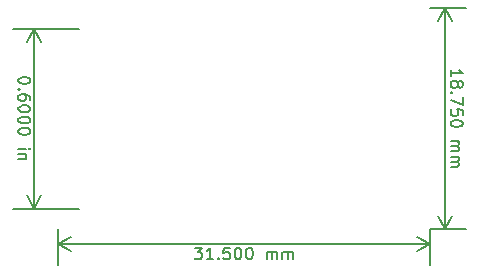
<source format=gbr>
G04 (created by PCBNEW (2013-01-27 BZR 3925)-testing) date Tue 29 Jan 2013 04:49:03 PM CET*
%MOIN*%
G04 Gerber Fmt 3.4, Leading zero omitted, Abs format*
%FSLAX34Y34*%
G01*
G70*
G90*
G04 APERTURE LIST*
%ADD10C,2.3622e-06*%
%ADD11C,0.00787402*%
G04 APERTURE END LIST*
G54D10*
G54D11*
X67899Y-43591D02*
X67899Y-43366D01*
X67899Y-43479D02*
X68293Y-43479D01*
X68237Y-43441D01*
X68199Y-43404D01*
X68180Y-43366D01*
X68124Y-43816D02*
X68143Y-43779D01*
X68162Y-43760D01*
X68199Y-43741D01*
X68218Y-43741D01*
X68255Y-43760D01*
X68274Y-43779D01*
X68293Y-43816D01*
X68293Y-43891D01*
X68274Y-43929D01*
X68255Y-43948D01*
X68218Y-43966D01*
X68199Y-43966D01*
X68162Y-43948D01*
X68143Y-43929D01*
X68124Y-43891D01*
X68124Y-43816D01*
X68105Y-43779D01*
X68087Y-43760D01*
X68049Y-43741D01*
X67974Y-43741D01*
X67937Y-43760D01*
X67918Y-43779D01*
X67899Y-43816D01*
X67899Y-43891D01*
X67918Y-43929D01*
X67937Y-43948D01*
X67974Y-43966D01*
X68049Y-43966D01*
X68087Y-43948D01*
X68105Y-43929D01*
X68124Y-43891D01*
X67937Y-44135D02*
X67918Y-44154D01*
X67899Y-44135D01*
X67918Y-44116D01*
X67937Y-44135D01*
X67899Y-44135D01*
X68293Y-44285D02*
X68293Y-44548D01*
X67899Y-44379D01*
X68293Y-44885D02*
X68293Y-44698D01*
X68105Y-44679D01*
X68124Y-44698D01*
X68143Y-44735D01*
X68143Y-44829D01*
X68124Y-44866D01*
X68105Y-44885D01*
X68068Y-44904D01*
X67974Y-44904D01*
X67937Y-44885D01*
X67918Y-44866D01*
X67899Y-44829D01*
X67899Y-44735D01*
X67918Y-44698D01*
X67937Y-44679D01*
X68293Y-45148D02*
X68293Y-45185D01*
X68274Y-45223D01*
X68255Y-45241D01*
X68218Y-45260D01*
X68143Y-45279D01*
X68049Y-45279D01*
X67974Y-45260D01*
X67937Y-45241D01*
X67918Y-45223D01*
X67899Y-45185D01*
X67899Y-45148D01*
X67918Y-45110D01*
X67937Y-45091D01*
X67974Y-45073D01*
X68049Y-45054D01*
X68143Y-45054D01*
X68218Y-45073D01*
X68255Y-45091D01*
X68274Y-45110D01*
X68293Y-45148D01*
X67899Y-45747D02*
X68162Y-45747D01*
X68124Y-45747D02*
X68143Y-45766D01*
X68162Y-45804D01*
X68162Y-45860D01*
X68143Y-45897D01*
X68105Y-45916D01*
X67899Y-45916D01*
X68105Y-45916D02*
X68143Y-45935D01*
X68162Y-45972D01*
X68162Y-46029D01*
X68143Y-46066D01*
X68105Y-46085D01*
X67899Y-46085D01*
X67899Y-46272D02*
X68162Y-46272D01*
X68124Y-46272D02*
X68143Y-46291D01*
X68162Y-46329D01*
X68162Y-46385D01*
X68143Y-46422D01*
X68105Y-46441D01*
X67899Y-46441D01*
X68105Y-46441D02*
X68143Y-46460D01*
X68162Y-46497D01*
X68162Y-46554D01*
X68143Y-46591D01*
X68105Y-46610D01*
X67899Y-46610D01*
X67704Y-41307D02*
X67704Y-48688D01*
X67212Y-41307D02*
X68413Y-41307D01*
X67212Y-48688D02*
X68413Y-48688D01*
X67704Y-48688D02*
X67473Y-48245D01*
X67704Y-48688D02*
X67935Y-48245D01*
X67704Y-41307D02*
X67473Y-41750D01*
X67704Y-41307D02*
X67935Y-41750D01*
X59362Y-49301D02*
X59605Y-49301D01*
X59474Y-49451D01*
X59530Y-49451D01*
X59568Y-49469D01*
X59586Y-49488D01*
X59605Y-49526D01*
X59605Y-49619D01*
X59586Y-49657D01*
X59568Y-49676D01*
X59530Y-49694D01*
X59418Y-49694D01*
X59380Y-49676D01*
X59362Y-49657D01*
X59980Y-49694D02*
X59755Y-49694D01*
X59868Y-49694D02*
X59868Y-49301D01*
X59830Y-49357D01*
X59793Y-49394D01*
X59755Y-49413D01*
X60149Y-49657D02*
X60168Y-49676D01*
X60149Y-49694D01*
X60130Y-49676D01*
X60149Y-49657D01*
X60149Y-49694D01*
X60524Y-49301D02*
X60336Y-49301D01*
X60318Y-49488D01*
X60336Y-49469D01*
X60374Y-49451D01*
X60468Y-49451D01*
X60505Y-49469D01*
X60524Y-49488D01*
X60543Y-49526D01*
X60543Y-49619D01*
X60524Y-49657D01*
X60505Y-49676D01*
X60468Y-49694D01*
X60374Y-49694D01*
X60336Y-49676D01*
X60318Y-49657D01*
X60786Y-49301D02*
X60824Y-49301D01*
X60861Y-49319D01*
X60880Y-49338D01*
X60899Y-49376D01*
X60918Y-49451D01*
X60918Y-49544D01*
X60899Y-49619D01*
X60880Y-49657D01*
X60861Y-49676D01*
X60824Y-49694D01*
X60786Y-49694D01*
X60749Y-49676D01*
X60730Y-49657D01*
X60711Y-49619D01*
X60693Y-49544D01*
X60693Y-49451D01*
X60711Y-49376D01*
X60730Y-49338D01*
X60749Y-49319D01*
X60786Y-49301D01*
X61161Y-49301D02*
X61199Y-49301D01*
X61236Y-49319D01*
X61255Y-49338D01*
X61274Y-49376D01*
X61293Y-49451D01*
X61293Y-49544D01*
X61274Y-49619D01*
X61255Y-49657D01*
X61236Y-49676D01*
X61199Y-49694D01*
X61161Y-49694D01*
X61124Y-49676D01*
X61105Y-49657D01*
X61086Y-49619D01*
X61068Y-49544D01*
X61068Y-49451D01*
X61086Y-49376D01*
X61105Y-49338D01*
X61124Y-49319D01*
X61161Y-49301D01*
X61761Y-49694D02*
X61761Y-49432D01*
X61761Y-49469D02*
X61780Y-49451D01*
X61817Y-49432D01*
X61874Y-49432D01*
X61911Y-49451D01*
X61930Y-49488D01*
X61930Y-49694D01*
X61930Y-49488D02*
X61949Y-49451D01*
X61986Y-49432D01*
X62042Y-49432D01*
X62080Y-49451D01*
X62099Y-49488D01*
X62099Y-49694D01*
X62286Y-49694D02*
X62286Y-49432D01*
X62286Y-49469D02*
X62305Y-49451D01*
X62342Y-49432D01*
X62399Y-49432D01*
X62436Y-49451D01*
X62455Y-49488D01*
X62455Y-49694D01*
X62455Y-49488D02*
X62474Y-49451D01*
X62511Y-49432D01*
X62567Y-49432D01*
X62605Y-49451D01*
X62624Y-49488D01*
X62624Y-49694D01*
X54811Y-49181D02*
X67212Y-49181D01*
X54811Y-48688D02*
X54811Y-49889D01*
X67212Y-48688D02*
X67212Y-49889D01*
X67212Y-49181D02*
X66769Y-49411D01*
X67212Y-49181D02*
X66769Y-48950D01*
X54811Y-49181D02*
X55254Y-49411D01*
X54811Y-49181D02*
X55254Y-48950D01*
X53880Y-43715D02*
X53880Y-43753D01*
X53861Y-43790D01*
X53842Y-43809D01*
X53805Y-43828D01*
X53730Y-43847D01*
X53636Y-43847D01*
X53561Y-43828D01*
X53523Y-43809D01*
X53505Y-43790D01*
X53486Y-43753D01*
X53486Y-43715D01*
X53505Y-43678D01*
X53523Y-43659D01*
X53561Y-43640D01*
X53636Y-43622D01*
X53730Y-43622D01*
X53805Y-43640D01*
X53842Y-43659D01*
X53861Y-43678D01*
X53880Y-43715D01*
X53523Y-44015D02*
X53505Y-44034D01*
X53486Y-44015D01*
X53505Y-43997D01*
X53523Y-44015D01*
X53486Y-44015D01*
X53880Y-44371D02*
X53880Y-44296D01*
X53861Y-44259D01*
X53842Y-44240D01*
X53786Y-44203D01*
X53711Y-44184D01*
X53561Y-44184D01*
X53523Y-44203D01*
X53505Y-44221D01*
X53486Y-44259D01*
X53486Y-44334D01*
X53505Y-44371D01*
X53523Y-44390D01*
X53561Y-44409D01*
X53655Y-44409D01*
X53692Y-44390D01*
X53711Y-44371D01*
X53730Y-44334D01*
X53730Y-44259D01*
X53711Y-44221D01*
X53692Y-44203D01*
X53655Y-44184D01*
X53880Y-44653D02*
X53880Y-44690D01*
X53861Y-44728D01*
X53842Y-44746D01*
X53805Y-44765D01*
X53730Y-44784D01*
X53636Y-44784D01*
X53561Y-44765D01*
X53523Y-44746D01*
X53505Y-44728D01*
X53486Y-44690D01*
X53486Y-44653D01*
X53505Y-44615D01*
X53523Y-44596D01*
X53561Y-44578D01*
X53636Y-44559D01*
X53730Y-44559D01*
X53805Y-44578D01*
X53842Y-44596D01*
X53861Y-44615D01*
X53880Y-44653D01*
X53880Y-45028D02*
X53880Y-45065D01*
X53861Y-45103D01*
X53842Y-45121D01*
X53805Y-45140D01*
X53730Y-45159D01*
X53636Y-45159D01*
X53561Y-45140D01*
X53523Y-45121D01*
X53505Y-45103D01*
X53486Y-45065D01*
X53486Y-45028D01*
X53505Y-44990D01*
X53523Y-44971D01*
X53561Y-44953D01*
X53636Y-44934D01*
X53730Y-44934D01*
X53805Y-44953D01*
X53842Y-44971D01*
X53861Y-44990D01*
X53880Y-45028D01*
X53880Y-45403D02*
X53880Y-45440D01*
X53861Y-45478D01*
X53842Y-45496D01*
X53805Y-45515D01*
X53730Y-45534D01*
X53636Y-45534D01*
X53561Y-45515D01*
X53523Y-45496D01*
X53505Y-45478D01*
X53486Y-45440D01*
X53486Y-45403D01*
X53505Y-45365D01*
X53523Y-45346D01*
X53561Y-45328D01*
X53636Y-45309D01*
X53730Y-45309D01*
X53805Y-45328D01*
X53842Y-45346D01*
X53861Y-45365D01*
X53880Y-45403D01*
X53486Y-46002D02*
X53748Y-46002D01*
X53880Y-46002D02*
X53861Y-45984D01*
X53842Y-46002D01*
X53861Y-46021D01*
X53880Y-46002D01*
X53842Y-46002D01*
X53748Y-46190D02*
X53486Y-46190D01*
X53711Y-46190D02*
X53730Y-46209D01*
X53748Y-46246D01*
X53748Y-46302D01*
X53730Y-46340D01*
X53692Y-46359D01*
X53486Y-46359D01*
X54000Y-42000D02*
X54000Y-48000D01*
X55500Y-42000D02*
X53291Y-42000D01*
X55500Y-48000D02*
X53291Y-48000D01*
X54000Y-48000D02*
X53769Y-47556D01*
X54000Y-48000D02*
X54230Y-47556D01*
X54000Y-42000D02*
X53769Y-42443D01*
X54000Y-42000D02*
X54230Y-42443D01*
M02*

</source>
